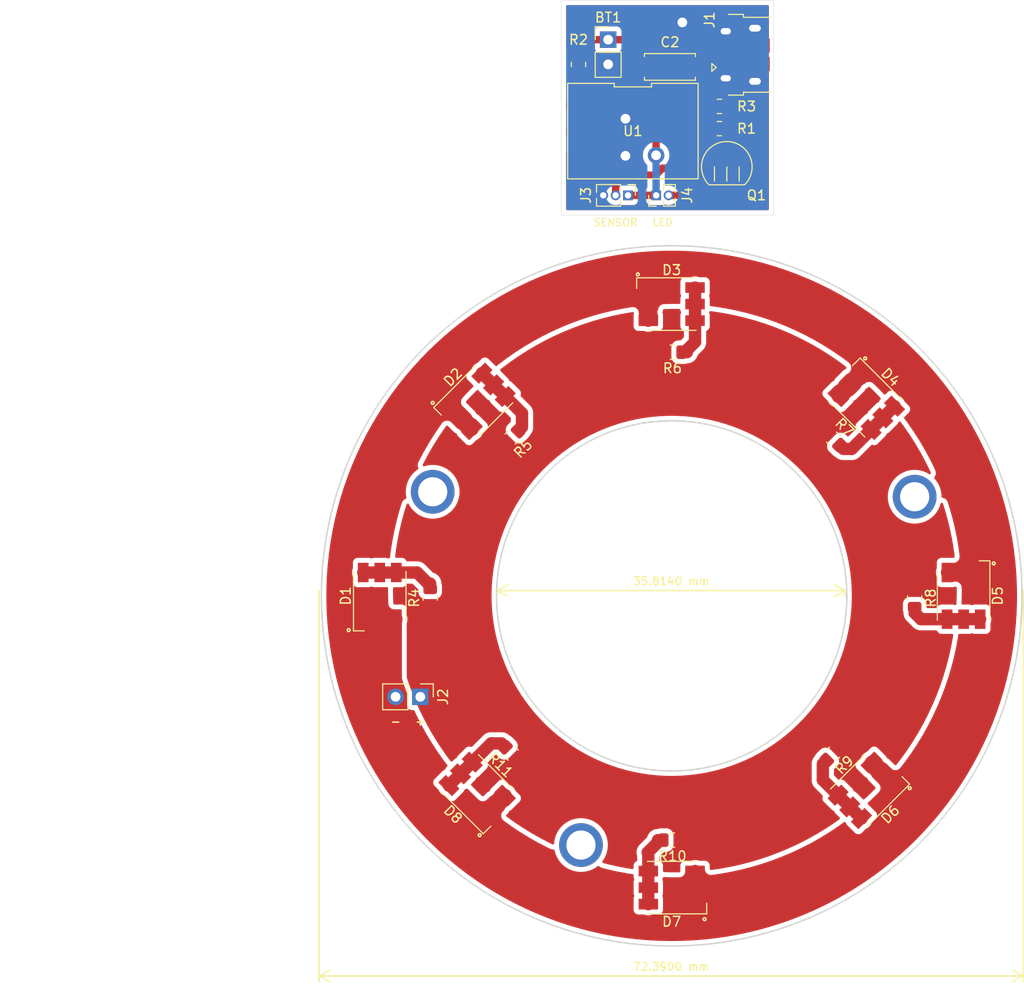
<source format=kicad_pcb>
(kicad_pcb (version 20211014) (generator pcbnew)
  (layers (0 "F.Cu" signal "Front") (31 "B.Cu" signal "Back") (34 "B.Paste" user) (35 "F.Paste" user) (36 "B.SilkS" user "B.Silkscreen") (37 "F.SilkS" user "F.Silkscreen") (38 "B.Mask" user) (39 "F.Mask" user) (44 "Edge.Cuts" user))
  (net 0 "")
  (net 1 "GND")
  (net 2 "+3V3")
  (net 3 "Net-(D1-Pad1)")
  (net 7 "Net-(Q1-Pad2)")
  (net 8 "Net-(R1-Pad2)")
  (net 12 "Net-(R2-Pad2)")
  (net 13 "Net-(J3-Pad2)")
  (net 14 "Net-(D1-Pad4)")
  (net 15 "Net-(D2-Pad4)")
  (net 16 "Net-(D3-Pad4)")
  (net 17 "Net-(D4-Pad4)")
  (net 18 "Net-(D5-Pad4)")
  (net 19 "Net-(D6-Pad4)")
  (net 20 "Net-(D7-Pad4)")
  (net 21 "Net-(D8-Pad4)")
  (net 22 "Net-(J2-Pad1)")
  (net 23 "Net-(J4-Pad2)")
  (footprint "Connector_PinHeader_2.54mm:PinHeader_1x02_P2.54mm_Vertical" (layer "F.Cu") (at 93.472 67.813)
    (fp_text reference "BT1" (at 0 -2.281) (layer "F.SilkS"))
    (fp_text value "Battery")
    (fp_line (start -1.33 1.27) (end 1.33 1.27) (layer "F.SilkS") (width 0.12))
    (fp_line (start -1.33 -1.33) (end 0 -1.33) (layer "F.SilkS") (width 0.12))
    (fp_line (start 1.33 1.27) (end 1.33 3.87) (layer "F.SilkS") (width 0.12))
    (fp_line (start -1.33 0) (end -1.33 -1.33) (layer "F.SilkS") (width 0.12))
    (fp_line (start -1.33 1.27) (end -1.33 3.87) (layer "F.SilkS") (width 0.12))
    (fp_line (start -1.33 3.87) (end 1.33 3.87) (layer "F.SilkS") (width 0.12))
    (pad "1" thru_hole rect locked (at 0 0) (size 1.7 1.7) (drill 1) (layers *.Cu *.Mask) (net 2 "+3V3"))
    (pad "2" thru_hole oval locked (at 0 2.54) (size 1.7 1.7) (drill 1) (layers *.Cu *.Mask) (net 1 "GND"))
  )
  (footprint "Connector_USB:USB_Micro-B_Amphenol_10103594-0001LF_Horizontal" (layer "F.Cu") (at 107.442 69.342 90)
    (fp_text reference "J1" (at 3.556 -3.556 90) (layer "F.SilkS"))
    (fp_text value "USB_B_Micro")
    (fp_line (start -4.175 -0.065) (end -4.175 -1.615) (layer "F.SilkS") (width 0.12))
    (fp_line (start -3.875 2.735) (end -3.875 -0.065) (layer "F.SilkS") (width 0.12))
    (fp_line (start -1.725 -3.315) (end -0.925 -3.315) (layer "F.SilkS") (width 0.12))
    (fp_line (start 3.825 -0.065) (end 4.125 -0.065) (layer "F.SilkS") (width 0.12))
    (fp_line (start 3.825 2.735) (end 3.825 -0.065) (layer "F.SilkS") (width 0.12))
    (fp_line (start -4.175 -0.065) (end -3.875 -0.065) (layer "F.SilkS") (width 0.12))
    (fp_line (start 4.125 -0.065) (end 4.125 -1.615) (layer "F.SilkS") (width 0.12))
    (fp_line (start -1.325 -2.865) (end -1.725 -3.315) (layer "F.SilkS") (width 0.12))
    (fp_line (start -0.925 -3.315) (end -1.325 -2.865) (layer "F.SilkS") (width 0.12))
    (pad "1" smd rect locked (at -1.325 -1.765 180) (size 1.65 0.4) (layers "F.Cu" "F.Paste" "F.Mask") (net 2 "+3V3"))
    (pad "2" smd rect locked (at -0.675 -1.765 180) (size 1.65 0.4) (layers "F.Cu" "F.Paste" "F.Mask"))
    (pad "3" smd rect locked (at -0.025 -1.765 180) (size 1.65 0.4) (layers "F.Cu" "F.Paste" "F.Mask"))
    (pad "4" smd rect locked (at 0.625 -1.765 180) (size 1.65 0.4) (layers "F.Cu" "F.Paste" "F.Mask"))
    (pad "5" smd rect locked (at 1.275 -1.765 180) (size 1.65 0.4) (layers "F.Cu" "F.Paste" "F.Mask") (net 1 "GND"))
    (pad "6" thru_hole oval locked (at 2.705 1.115 180) (size 1.7 1.35) (drill oval 1.2 0.7) (layers *.Cu *.Mask) (net 1 "GND"))
    (pad "6" smd rect locked (at 2.725 0.185 90) (size 1.35 2) (layers "F.Cu" "F.Paste" "F.Mask") (net 1 "GND"))
    (pad "6" thru_hole oval locked (at -2.755 1.115 180) (size 1.7 1.35) (drill oval 1.2 0.7) (layers *.Cu *.Mask) (net 1 "GND"))
    (pad "6" smd rect locked (at 2.875 -1.885 90) (size 2 1.5) (layers "F.Cu" "F.Paste" "F.Mask") (net 1 "GND"))
    (pad "6" smd rect locked (at -2.975 -0.565 90) (size 1.825 0.7) (layers "F.Cu" "F.Paste" "F.Mask") (net 1 "GND"))
    (pad "6" thru_hole oval locked (at -2.445 -1.885 180) (size 1.5 1.1) (drill oval 1.05 0.65) (layers *.Cu *.Mask) (net 1 "GND"))
    (pad "6" smd rect locked (at -2.875 -1.865 90) (size 2 1.5) (layers "F.Cu" "F.Paste" "F.Mask") (net 1 "GND"))
    (pad "6" smd rect locked (at 2.975 -0.565 90) (size 1.825 0.7) (layers "F.Cu" "F.Paste" "F.Mask") (net 1 "GND"))
    (pad "6" smd rect locked (at -2.755 0.185 90) (size 1.35 2) (layers "F.Cu" "F.Paste" "F.Mask") (net 1 "GND"))
    (pad "6" thru_hole oval locked (at 2.395 -1.885 180) (size 1.5 1.1) (drill oval 1.05 0.65) (layers *.Cu *.Mask) (net 1 "GND"))
    (pad "6" smd rect locked (at -0.985 1.385 180) (size 2.5 1.43) (layers "F.Cu" "F.Paste" "F.Mask") (net 1 "GND"))
    (pad "6" smd rect locked (at 0.935 1.385 180) (size 2.5 1.43) (layers "F.Cu" "F.Paste" "F.Mask") (net 1 "GND"))
  )
  (footprint "Custom:FakeSMD_TO-92-3_Vertical" (layer "F.Cu") (at 106.934 83.4254 180)
    (fp_text reference "Q1" (at -1.778 -0.3946) (layer "F.SilkS"))
    (fp_text value "Q_NPN_BEC")
    (fp_line (start 1.27 1.0768) (end 1.27 2.5358) (layer "F.SilkS") (width 0.12))
    (fp_line (start 3.07 0.6858) (end -0.53 0.6858) (layer "F.SilkS") (width 0.12))
    (fp_line (start 2.54 1.0768) (end 2.54 2.54) (layer "F.SilkS") (width 0.12))
    (fp_line (start 0 1.0768) (end 0 2.54) (layer "F.SilkS") (width 0.12))
    (fp_arc (start 1.27 5.1358) (mid -1.132087 3.530777) (end -0.568478 0.697322) (layer "F.SilkS") (width 0.12))
    (fp_arc (start 3.108478 0.697322) (mid 3.672087 3.530777) (end 1.27 5.1358) (layer "F.SilkS") (width 0.12))
    (pad "1" smd oval (at 2.54 0 180) (size 1 2) (layers "F.Cu" "F.Paste" "F.Mask") (net 23 "Net-(J4-Pad2)"))
    (pad "2" smd oval (at 1.27 0 180) (size 1 2) (layers "F.Cu" "F.Paste" "F.Mask") (net 7 "Net-(Q1-Pad2)"))
    (pad "3" smd rect (at 0 0 180) (size 1 2) (layers "F.Cu" "F.Paste" "F.Mask") (net 1 "GND"))
  )
  (footprint "Resistor_SMD:R_0805_2012Metric" (layer "F.Cu") (at 104.902 76.962 180)
    (fp_text reference "R1" (at -2.794 0) (layer "F.SilkS"))
    (fp_text value "270")
    (fp_line (start -0.227064 0.735) (end 0.227064 0.735) (layer "F.SilkS") (width 0.12))
    (fp_line (start -0.227064 -0.735) (end 0.227064 -0.735) (layer "F.SilkS") (width 0.12))
    (pad "1" smd roundrect locked (at -0.9125 0 180) (size 1.025 1.4) (layers "F.Cu" "F.Paste" "F.Mask") (roundrect_rratio 0.243902) (net 7 "Net-(Q1-Pad2)"))
    (pad "2" smd roundrect locked (at 0.9125 0 180) (size 1.025 1.4) (layers "F.Cu" "F.Paste" "F.Mask") (roundrect_rratio 0.243902) (net 8 "Net-(R1-Pad2)"))
  )
  (footprint "Resistor_SMD:R_0805_2012Metric" (layer "F.Cu") (at 90.424 70.358 -90)
    (fp_text reference "R2" (at -2.54 0 180) (layer "F.SilkS"))
    (fp_text value "10k")
    (fp_line (start -0.227064 -0.735) (end 0.227064 -0.735) (layer "F.SilkS") (width 0.12))
    (fp_line (start -0.227064 0.735) (end 0.227064 0.735) (layer "F.SilkS") (width 0.12))
    (pad "1" smd roundrect locked (at -0.9125 0 270) (size 1.025 1.4) (layers "F.Cu" "F.Paste" "F.Mask") (roundrect_rratio 0.243902) (net 2 "+3V3"))
    (pad "2" smd roundrect locked (at 0.9125 0 270) (size 1.025 1.4) (layers "F.Cu" "F.Paste" "F.Mask") (roundrect_rratio 0.243902) (net 12 "Net-(R2-Pad2)"))
  )
  (footprint "Custom:FakeSMD_C_Disc" (layer "F.Cu") (at 97.322 70.612)
    (fp_text reference "C2" (at 2.5 -2.54) (layer "F.SilkS"))
    (fp_text value "1u")
    (fp_line (start 5.12 1.055) (end 5.12 1.37) (layer "F.SilkS") (width 0.12))
    (fp_line (start -0.12 -1.37) (end -0.12 -1.055) (layer "F.SilkS") (width 0.12))
    (fp_line (start 5.12 -1.37) (end 5.12 -1.055) (layer "F.SilkS") (width 0.12))
    (fp_line (start -0.12 -1.37) (end 5.12 -1.37) (layer "F.SilkS") (width 0.12))
    (fp_line (start -0.12 1.37) (end 5.12 1.37) (layer "F.SilkS") (width 0.12))
    (fp_line (start -0.12 1.055) (end -0.12 1.37) (layer "F.SilkS") (width 0.12))
    (pad "1" smd oval (at -0.5 0) (size 2.5 1.6) (layers "F.Cu" "F.Paste" "F.Mask") (net 1 "GND"))
    (pad "2" smd oval (at 5.5 0) (size 2.5 1.6) (layers "F.Cu" "F.Paste" "F.Mask") (net 2 "+3V3"))
  )
  (footprint "Connector_PinHeader_2.54mm:PinHeader_1x02_P2.54mm_Vertical" (layer "F.Cu") (at 74.168 135.382 -90)
    (fp_text reference "J2" (at 0 -2.33 -90) (layer "F.SilkS"))
    (fp_text value "CONN_1")
    (fp_line (start -1.33 1.27) (end 1.33 1.27) (layer "F.SilkS") (width 0.12))
    (fp_line (start 1.33 1.27) (end 1.33 3.87) (layer "F.SilkS") (width 0.12))
    (fp_line (start -1.33 0) (end -1.33 -1.33) (layer "F.SilkS") (width 0.12))
    (fp_line (start -1.33 3.87) (end 1.33 3.87) (layer "F.SilkS") (width 0.12))
    (fp_line (start -1.33 -1.33) (end 0 -1.33) (layer "F.SilkS") (width 0.12))
    (fp_line (start -1.33 1.27) (end -1.33 3.87) (layer "F.SilkS") (width 0.12))
    (pad "1" thru_hole rect locked (at 0 0 270) (size 1.7 1.7) (drill 1) (layers *.Cu *.Mask) (net 22 "Net-(J2-Pad1)"))
    (pad "2" thru_hole oval locked (at 0 2.54 270) (size 1.7 1.7) (drill 1) (layers *.Cu *.Mask) (net 3 "Net-(D1-Pad1)"))
  )
  (footprint "Resistor_SMD:R_0805_2012Metric" (layer "F.Cu") (at 100.076 99.949 180)
    (fp_text reference "R6" (at 0 -1.65 180) (layer "F.SilkS"))
    (fp_text value "100")
    (fp_line (start -0.227064 0.735) (end 0.227064 0.735) (layer "F.SilkS") (width 0.12))
    (fp_line (start -0.227064 -0.735) (end 0.227064 -0.735) (layer "F.SilkS") (width 0.12))
    (pad "1" smd roundrect locked (at -0.9125 0 180) (size 1.025 1.4) (layers "F.Cu" "F.Paste" "F.Mask") (roundrect_rratio 0.243902) (net 16 "Net-(D3-Pad4)"))
    (pad "2" smd roundrect locked (at 0.9125 0 180) (size 1.025 1.4) (layers "F.Cu" "F.Paste" "F.Mask") (roundrect_rratio 0.243902) (net 22 "Net-(J2-Pad1)"))
  )
  (footprint "Connector_PinHeader_1.27mm:PinHeader_1x03_P1.27mm_Vertical" (layer "F.Cu") (at 95.509 83.82 -90)
    (fp_text reference "J3" (at 0 4.323 90) (layer "F.SilkS"))
    (fp_text value "Sensor")
    (fp_line (start -1.11 0.76) (end -1.11 3.235) (layer "F.SilkS") (width 0.12))
    (fp_line (start -1.11 0.76) (end -0.563471 0.76) (layer "F.SilkS") (width 0.12))
    (fp_line (start 0.30753 3.235) (end 1.11 3.235) (layer "F.SilkS") (width 0.12))
    (fp_line (start 1.11 0.76) (end 1.11 3.235) (layer "F.SilkS") (width 0.12))
    (fp_line (start 0.563471 0.76) (end 1.11 0.76) (layer "F.SilkS") (width 0.12))
    (fp_line (start -1.11 0) (end -1.11 -0.76) (layer "F.SilkS") (width 0.12))
    (fp_line (start -1.11 -0.76) (end 0 -0.76) (layer "F.SilkS") (width 0.12))
    (fp_line (start -1.11 3.235) (end -0.30753 3.235) (layer "F.SilkS") (width 0.12))
    (pad "1" thru_hole rect locked (at 0 0 270) (size 1 1) (drill 0.65) (layers *.Cu *.Mask) (net 2 "+3V3"))
    (pad "2" thru_hole oval locked (at 0 1.27 270) (size 1 1) (drill 0.65) (layers *.Cu *.Mask) (net 13 "Net-(J3-Pad2)"))
    (pad "3" thru_hole oval locked (at 0 2.54 270) (size 1 1) (drill 0.65) (layers *.Cu *.Mask) (net 1 "GND"))
  )
  (footprint "Connector_PinHeader_1.27mm:PinHeader_1x02_P1.27mm_Vertical" (layer "F.Cu") (at 98.409989 83.82 90)
    (fp_text reference "J4" (at 0 3.19 90) (layer "F.SilkS"))
    (fp_text value "CONN_2")
    (fp_line (start -1.11 0.76) (end -0.563471 0.76) (layer "F.SilkS") (width 0.12))
    (fp_line (start -1.11 0) (end -1.11 -0.76) (layer "F.SilkS") (width 0.12))
    (fp_line (start 0.30753 1.965) (end 1.11 1.965) (layer "F.SilkS") (width 0.12))
    (fp_line (start 0.563471 0.76) (end 1.11 0.76) (layer "F.SilkS") (width 0.12))
    (fp_line (start -1.11 -0.76) (end 0 -0.76) (layer "F.SilkS") (width 0.12))
    (fp_line (start -1.11 0.76) (end -1.11 1.965) (layer "F.SilkS") (width 0.12))
    (fp_line (start 1.11 0.76) (end 1.11 1.965) (layer "F.SilkS") (width 0.12))
    (fp_line (start -1.11 1.965) (end -0.30753 1.965) (layer "F.SilkS") (width 0.12))
    (pad "1" thru_hole rect locked (at 0 0 90) (size 1 1) (drill 0.65) (layers *.Cu *.Mask) (net 2 "+3V3"))
    (pad "2" thru_hole oval locked (at 0 1.27 90) (size 1 1) (drill 0.65) (layers *.Cu *.Mask) (net 23 "Net-(J4-Pad2)"))
  )
  (footprint "LED_SMD:LED_RGB_5050-6" (layer "F.Cu") (at 70 125 90)
    (fp_text reference "D1" (at 0 -3.5 270) (layer "F.SilkS"))
    (fp_text value "5050_led_(3-in-1)")
    (fp_line (start -3.6 -2.7) (end 2.5 -2.7) (layer "F.SilkS") (width 0.12))
    (fp_line (start 2.5 2.7) (end -2.5 2.7) (layer "F.SilkS") (width 0.12))
    (fp_line (start -3.6 -1.6) (end -3.6 -2.7) (layer "F.SilkS") (width 0.12))
    (pad "1" smd rect locked (at -2.4 -1.7 180) (size 1.1 2) (layers "F.Cu" "F.Paste" "F.Mask") (net 3 "Net-(D1-Pad1)"))
    (pad "2" smd rect locked (at -2.4 0 180) (size 1.1 2) (layers "F.Cu" "F.Paste" "F.Mask") (net 3 "Net-(D1-Pad1)"))
    (pad "3" smd rect locked (at -2.4 1.7 180) (size 1.1 2) (layers "F.Cu" "F.Paste" "F.Mask") (net 3 "Net-(D1-Pad1)"))
    (pad "4" smd rect locked (at 2.4 1.7 180) (size 1.1 2) (layers "F.Cu" "F.Paste" "F.Mask") (net 14 "Net-(D1-Pad4)"))
    (pad "5" smd rect locked (at 2.4 0 180) (size 1.1 2) (layers "F.Cu" "F.Paste" "F.Mask") (net 14 "Net-(D1-Pad4)"))
    (pad "6" smd rect locked (at 2.4 -1.7 180) (size 1.1 2) (layers "F.Cu" "F.Paste" "F.Mask") (net 14 "Net-(D1-Pad4)"))
  )
  (footprint "LED_SMD:LED_RGB_5050-6" (layer "F.Cu") (at 100 95)
    (fp_text reference "D3" (at 0 -3.5 180) (layer "F.SilkS"))
    (fp_text value "5050_led_(3-in-1)")
    (fp_line (start 2.5 2.7) (end -2.5 2.7) (layer "F.SilkS") (width 0.12))
    (fp_line (start -3.6 -1.6) (end -3.6 -2.7) (layer "F.SilkS") (width 0.12))
    (fp_line (start -3.6 -2.7) (end 2.5 -2.7) (layer "F.SilkS") (width 0.12))
    (pad "1" smd rect locked (at -2.4 -1.7 90) (size 1.1 2) (layers "F.Cu" "F.Paste" "F.Mask") (net 3 "Net-(D1-Pad1)"))
    (pad "2" smd rect locked (at -2.4 0 90) (size 1.1 2) (layers "F.Cu" "F.Paste" "F.Mask") (net 3 "Net-(D1-Pad1)"))
    (pad "3" smd rect locked (at -2.4 1.7 90) (size 1.1 2) (layers "F.Cu" "F.Paste" "F.Mask") (net 3 "Net-(D1-Pad1)"))
    (pad "4" smd rect locked (at 2.4 1.7 90) (size 1.1 2) (layers "F.Cu" "F.Paste" "F.Mask") (net 16 "Net-(D3-Pad4)"))
    (pad "5" smd rect locked (at 2.4 0 90) (size 1.1 2) (layers "F.Cu" "F.Paste" "F.Mask") (net 16 "Net-(D3-Pad4)"))
    (pad "6" smd rect locked (at 2.4 -1.7 90) (size 1.1 2) (layers "F.Cu" "F.Paste" "F.Mask") (net 16 "Net-(D3-Pad4)"))
  )
  (footprint "LED_SMD:LED_RGB_5050-6" (layer "F.Cu") (at 120 105 -45)
    (fp_text reference "D4" (at 0 -3.5 -45) (layer "F.SilkS"))
    (fp_text value "5050_led_(3-in-1)")
    (fp_line (start 2.5 2.7) (end -2.5 2.7) (layer "F.SilkS") (width 0.12))
    (fp_line (start -3.6 -2.7) (end 2.5 -2.7) (layer "F.SilkS") (width 0.12))
    (fp_line (start -3.6 -1.6) (end -3.6 -2.7) (layer "F.SilkS") (width 0.12))
    (pad "1" smd rect locked (at -2.4 -1.7 45) (size 1.1 2) (layers "F.Cu" "F.Paste" "F.Mask") (net 3 "Net-(D1-Pad1)"))
    (pad "2" smd rect locked (at -2.4 0 45) (size 1.1 2) (layers "F.Cu" "F.Paste" "F.Mask") (net 3 "Net-(D1-Pad1)"))
    (pad "3" smd rect locked (at -2.4 1.7 45) (size 1.1 2) (layers "F.Cu" "F.Paste" "F.Mask") (net 3 "Net-(D1-Pad1)"))
    (pad "4" smd rect locked (at 2.4 1.7 45) (size 1.1 2) (layers "F.Cu" "F.Paste" "F.Mask") (net 17 "Net-(D4-Pad4)"))
    (pad "5" smd rect locked (at 2.4 0 45) (size 1.1 2) (layers "F.Cu" "F.Paste" "F.Mask") (net 17 "Net-(D4-Pad4)"))
    (pad "6" smd rect locked (at 2.4 -1.7 45) (size 1.1 2) (layers "F.Cu" "F.Paste" "F.Mask") (net 17 "Net-(D4-Pad4)"))
  )
  (footprint "LED_SMD:LED_RGB_5050-6" (layer "F.Cu") (at 130 125 -90)
    (fp_text reference "D5" (at 0 -3.5 -90) (layer "F.SilkS"))
    (fp_text value "5050_led_(3-in-1)")
    (fp_line (start -3.6 -2.7) (end 2.5 -2.7) (layer "F.SilkS") (width 0.12))
    (fp_line (start 2.5 2.7) (end -2.5 2.7) (layer "F.SilkS") (width 0.12))
    (fp_line (start -3.6 -1.6) (end -3.6 -2.7) (layer "F.SilkS") (width 0.12))
    (pad "1" smd rect locked (at -2.4 -1.7) (size 1.1 2) (layers "F.Cu" "F.Paste" "F.Mask") (net 3 "Net-(D1-Pad1)"))
    (pad "2" smd rect locked (at -2.4 0) (size 1.1 2) (layers "F.Cu" "F.Paste" "F.Mask") (net 3 "Net-(D1-Pad1)"))
    (pad "3" smd rect locked (at -2.4 1.7) (size 1.1 2) (layers "F.Cu" "F.Paste" "F.Mask") (net 3 "Net-(D1-Pad1)"))
    (pad "4" smd rect locked (at 2.4 1.7) (size 1.1 2) (layers "F.Cu" "F.Paste" "F.Mask") (net 18 "Net-(D5-Pad4)"))
    (pad "5" smd rect locked (at 2.4 0) (size 1.1 2) (layers "F.Cu" "F.Paste" "F.Mask") (net 18 "Net-(D5-Pad4)"))
    (pad "6" smd rect locked (at 2.4 -1.7) (size 1.1 2) (layers "F.Cu" "F.Paste" "F.Mask") (net 18 "Net-(D5-Pad4)"))
  )
  (footprint "LED_SMD:LED_RGB_5050-6" (layer "F.Cu") (at 120 145 -135)
    (fp_text reference "D6" (at 0 -3.5 -135) (layer "F.SilkS"))
    (fp_text value "5050_led_(3-in-1)")
    (fp_line (start 2.5 2.7) (end -2.5 2.7) (layer "F.SilkS") (width 0.12))
    (fp_line (start -3.6 -1.6) (end -3.6 -2.7) (layer "F.SilkS") (width 0.12))
    (fp_line (start -3.6 -2.7) (end 2.5 -2.7) (layer "F.SilkS") (width 0.12))
    (pad "1" smd rect locked (at -2.4 -1.7 315) (size 1.1 2) (layers "F.Cu" "F.Paste" "F.Mask") (net 3 "Net-(D1-Pad1)"))
    (pad "2" smd rect locked (at -2.4 0 315) (size 1.1 2) (layers "F.Cu" "F.Paste" "F.Mask") (net 3 "Net-(D1-Pad1)"))
    (pad "3" smd rect locked (at -2.4 1.7 315) (size 1.1 2) (layers "F.Cu" "F.Paste" "F.Mask") (net 3 "Net-(D1-Pad1)"))
    (pad "4" smd rect locked (at 2.4 1.7 315) (size 1.1 2) (layers "F.Cu" "F.Paste" "F.Mask") (net 19 "Net-(D6-Pad4)"))
    (pad "5" smd rect locked (at 2.4 0 315) (size 1.1 2) (layers "F.Cu" "F.Paste" "F.Mask") (net 19 "Net-(D6-Pad4)"))
    (pad "6" smd rect locked (at 2.4 -1.7 315) (size 1.1 2) (layers "F.Cu" "F.Paste" "F.Mask") (net 19 "Net-(D6-Pad4)"))
  )
  (footprint "LED_SMD:LED_RGB_5050-6" (layer "F.Cu") (at 100 155 180)
    (fp_text reference "D7" (at 0 -3.5 180) (layer "F.SilkS"))
    (fp_text value "5050_led_(3-in-1)")
    (fp_line (start -3.6 -2.7) (end 2.5 -2.7) (layer "F.SilkS") (width 0.12))
    (fp_line (start -3.6 -1.6) (end -3.6 -2.7) (layer "F.SilkS") (width 0.12))
    (fp_line (start 2.5 2.7) (end -2.5 2.7) (layer "F.SilkS") (width 0.12))
    (pad "1" smd rect locked (at -2.4 -1.7 270) (size 1.1 2) (layers "F.Cu" "F.Paste" "F.Mask") (net 3 "Net-(D1-Pad1)"))
    (pad "2" smd rect locked (at -2.4 0 270) (size 1.1 2) (layers "F.Cu" "F.Paste" "F.Mask") (net 3 "Net-(D1-Pad1)"))
    (pad "3" smd rect locked (at -2.4 1.7 270) (size 1.1 2) (layers "F.Cu" "F.Paste" "F.Mask") (net 3 "Net-(D1-Pad1)"))
    (pad "4" smd rect locked (at 2.4 1.7 270) (size 1.1 2) (layers "F.Cu" "F.Paste" "F.Mask") (net 20 "Net-(D7-Pad4)"))
    (pad "5" smd rect locked (at 2.4 0 270) (size 1.1 2) (layers "F.Cu" "F.Paste" "F.Mask") (net 20 "Net-(D7-Pad4)"))
    (pad "6" smd rect locked (at 2.4 -1.7 270) (size 1.1 2) (layers "F.Cu" "F.Paste" "F.Mask") (net 20 "Net-(D7-Pad4)"))
  )
  (footprint "LED_SMD:LED_RGB_5050-6" (layer "F.Cu") (at 80 145 135)
    (fp_text reference "D8" (at 0 -3.5 315) (layer "F.SilkS"))
    (fp_text value "5050_led_(3-in-1)")
    (fp_line (start -3.6 -2.7) (end 2.5 -2.7) (layer "F.SilkS") (width 0.12))
    (fp_line (start -3.6 -1.6) (end -3.6 -2.7) (layer "F.SilkS") (width 0.12))
    (fp_line (start 2.5 2.7) (end -2.5 2.7) (layer "F.SilkS") (width 0.12))
    (pad "1" smd rect locked (at -2.4 -1.7 225) (size 1.1 2) (layers "F.Cu" "F.Paste" "F.Mask") (net 3 "Net-(D1-Pad1)"))
    (pad "2" smd rect locked (at -2.4 0 225) (size 1.1 2) (layers "F.Cu" "F.Paste" "F.Mask") (net 3 "Net-(D1-Pad1)"))
    (pad "3" smd rect locked (at -2.4 1.7 225) (size 1.1 2) (layers "F.Cu" "F.Paste" "F.Mask") (net 3 "Net-(D1-Pad1)"))
    (pad "4" smd rect locked (at 2.4 1.7 225) (size 1.1 2) (layers "F.Cu" "F.Paste" "F.Mask") (net 21 "Net-(D8-Pad4)"))
    (pad "5" smd rect locked (at 2.4 0 225) (size 1.1 2) (layers "F.Cu" "F.Paste" "F.Mask") (net 21 "Net-(D8-Pad4)"))
    (pad "6" smd rect locked (at 2.4 -1.7 225) (size 1.1 2) (layers "F.Cu" "F.Paste" "F.Mask") (net 21 "Net-(D8-Pad4)"))
  )
  (footprint "Resistor_SMD:R_0805_2012Metric" (layer "F.Cu") (at 116.586 108.839 -45)
    (fp_text reference "R7" (at 0 -1.65 -45) (layer "F.SilkS"))
    (fp_text value "100")
    (fp_line (start -0.227064 0.735) (end 0.227064 0.735) (layer "F.SilkS") (width 0.12))
    (fp_line (start -0.227064 -0.735) (end 0.227064 -0.735) (layer "F.SilkS") (width 0.12))
    (pad "1" smd roundrect locked (at -0.9125 0 315) (size 1.025 1.4) (layers "F.Cu" "F.Paste" "F.Mask") (roundrect_rratio 0.243902) (net 22 "Net-(J2-Pad1)"))
    (pad "2" smd roundrect locked (at 0.9125 0 315) (size 1.025 1.4) (layers "F.Cu" "F.Paste" "F.Mask") (roundrect_rratio 0.243902) (net 17 "Net-(D4-Pad4)"))
  )
  (footprint "Resistor_SMD:R_0805_2012Metric" (layer "F.Cu") (at 124.968 125.222 -90)
    (fp_text reference "R8" (at 0 -1.65 -90) (layer "F.SilkS"))
    (fp_text value "100")
    (fp_line (start -0.227064 0.735) (end 0.227064 0.735) (layer "F.SilkS") (width 0.12))
    (fp_line (start -0.227064 -0.735) (end 0.227064 -0.735) (layer "F.SilkS") (width 0.12))
    (pad "1" smd roundrect locked (at -0.9125 0 270) (size 1.025 1.4) (layers "F.Cu" "F.Paste" "F.Mask") (roundrect_rratio 0.243902) (net 22 "Net-(J2-Pad1)"))
    (pad "2" smd roundrect locked (at 0.9125 0 270) (size 1.025 1.4) (layers "F.Cu" "F.Paste" "F.Mask") (roundrect_rratio 0.243902) (net 18 "Net-(D5-Pad4)"))
  )
  (footprint "Resistor_SMD:R_0805_2012Metric" (layer "F.Cu") (at 116.586 141.224 -135)
    (fp_text reference "R9" (at 0 -1.65 -135) (layer "F.SilkS"))
    (fp_text value "100")
    (fp_line (start -0.227064 0.735) (end 0.227064 0.735) (layer "F.SilkS") (width 0.12))
    (fp_line (start -0.227064 -0.735) (end 0.227064 -0.735) (layer "F.SilkS") (width 0.12))
    (pad "1" smd roundrect locked (at -0.9125 0 225) (size 1.025 1.4) (layers "F.Cu" "F.Paste" "F.Mask") (roundrect_rratio 0.243902) (net 22 "Net-(J2-Pad1)"))
    (pad "2" smd roundrect locked (at 0.9125 0 225) (size 1.025 1.4) (layers "F.Cu" "F.Paste" "F.Mask") (roundrect_rratio 0.243902) (net 19 "Net-(D6-Pad4)"))
  )
  (footprint "Resistor_SMD:R_0805_2012Metric" (layer "F.Cu") (at 83.566 141.224 135)
    (fp_text reference "R11" (at 0 -1.65 135) (layer "F.SilkS"))
    (fp_text value "100")
    (fp_line (start -0.227064 -0.735) (end 0.227064 -0.735) (layer "F.SilkS") (width 0.12))
    (fp_line (start -0.227064 0.735) (end 0.227064 0.735) (layer "F.SilkS") (width 0.12))
    (pad "1" smd roundrect locked (at -0.9125 0 135) (size 1.025 1.4) (layers "F.Cu" "F.Paste" "F.Mask") (roundrect_rratio 0.243902) (net 22 "Net-(J2-Pad1)"))
    (pad "2" smd roundrect locked (at 0.9125 0 135) (size 1.025 1.4) (layers "F.Cu" "F.Paste" "F.Mask") (roundrect_rratio 0.243902) (net 21 "Net-(D8-Pad4)"))
  )
  (footprint "Resistor_SMD:R_0805_2012Metric" (layer "F.Cu") (at 75.184 125.222 90)
    (fp_text reference "R4" (at 0 -1.65 90) (layer "F.SilkS"))
    (fp_text value "100")
    (fp_line (start -0.227064 -0.735) (end 0.227064 -0.735) (layer "F.SilkS") (width 0.12))
    (fp_line (start -0.227064 0.735) (end 0.227064 0.735) (layer "F.SilkS") (width 0.12))
    (pad "1" smd roundrect locked (at -0.9125 0 90) (size 1.025 1.4) (layers "F.Cu" "F.Paste" "F.Mask") (roundrect_rratio 0.243902) (net 22 "Net-(J2-Pad1)"))
    (pad "2" smd roundrect locked (at 0.9125 0 90) (size 1.025 1.4) (layers "F.Cu" "F.Paste" "F.Mask") (roundrect_rratio 0.243902) (net 14 "Net-(D1-Pad4)"))
  )
  (footprint "Resistor_SMD:R_0805_2012Metric" (layer "F.Cu") (at 100.076 150.114 180)
    (fp_text reference "R10" (at 0 -1.65 180) (layer "F.SilkS"))
    (fp_text value "100")
    (fp_line (start -0.227064 0.735) (end 0.227064 0.735) (layer "F.SilkS") (width 0.12))
    (fp_line (start -0.227064 -0.735) (end 0.227064 -0.735) (layer "F.SilkS") (width 0.12))
    (pad "1" smd roundrect locked (at -0.9125 0 180) (size 1.025 1.4) (layers "F.Cu" "F.Paste" "F.Mask") (roundrect_rratio 0.243902) (net 22 "Net-(J2-Pad1)"))
    (pad "2" smd roundrect locked (at 0.9125 0 180) (size 1.025 1.4) (layers "F.Cu" "F.Paste" "F.Mask") (roundrect_rratio 0.243902) (net 20 "Net-(D7-Pad4)"))
  )
  (footprint "Resistor_SMD:R_0805_2012Metric" (layer "F.Cu") (at 83.566 108.712 -135)
    (fp_text reference "R5" (at 0 -1.65 -135) (layer "F.SilkS"))
    (fp_text value "100")
    (fp_line (start -0.227064 -0.735) (end 0.227064 -0.735) (layer "F.SilkS") (width 0.12))
    (fp_line (start -0.227064 0.735) (end 0.227064 0.735) (layer "F.SilkS") (width 0.12))
    (pad "1" smd roundrect locked (at -0.9125 0 225) (size 1.025 1.4) (layers "F.Cu" "F.Paste" "F.Mask") (roundrect_rratio 0.243902) (net 15 "Net-(D2-Pad4)"))
    (pad "2" smd roundrect locked (at 0.9125 0 225) (size 1.025 1.4) (layers "F.Cu" "F.Paste" "F.Mask") (roundrect_rratio 0.243902) (net 22 "Net-(J2-Pad1)"))
  )
  (footprint "LED_SMD:LED_RGB_5050-6" (layer "F.Cu") (at 80 105 45)
    (fp_text reference "D2" (at 0 -3.5 225) (layer "F.SilkS"))
    (fp_text value "5050_led_(3-in-1)")
    (fp_line (start -3.6 -2.7) (end 2.5 -2.7) (layer "F.SilkS") (width 0.12))
    (fp_line (start 2.5 2.7) (end -2.5 2.7) (layer "F.SilkS") (width 0.12))
    (fp_line (start -3.6 -1.6) (end -3.6 -2.7) (layer "F.SilkS") (width 0.12))
    (pad "1" smd rect locked (at -2.4 -1.7 135) (size 1.1 2) (layers "F.Cu" "F.Paste" "F.Mask") (net 3 "Net-(D1-Pad1)"))
    (pad "2" smd rect locked (at -2.4 0 135) (size 1.1 2) (layers "F.Cu" "F.Paste" "F.Mask") (net 3 "Net-(D1-Pad1)"))
    (pad "3" smd rect locked (at -2.4 1.7 135) (size 1.1 2) (layers "F.Cu" "F.Paste" "F.Mask") (net 3 "Net-(D1-Pad1)"))
    (pad "4" smd rect locked (at 2.4 1.7 135) (size 1.1 2) (layers "F.Cu" "F.Paste" "F.Mask") (net 15 "Net-(D2-Pad4)"))
    (pad "5" smd rect locked (at 2.4 0 135) (size 1.1 2) (layers "F.Cu" "F.Paste" "F.Mask") (net 15 "Net-(D2-Pad4)"))
    (pad "6" smd rect locked (at 2.4 -1.7 135) (size 1.1 2) (layers "F.Cu" "F.Paste" "F.Mask") (net 15 "Net-(D2-Pad4)"))
  )
  (footprint "Resistor_SMD:R_0805_2012Metric" (layer "F.Cu") (at 104.902 74.676 180)
    (fp_text reference "R3" (at -2.794 0 180) (layer "F.SilkS"))
    (fp_text value "10k")
    (fp_line (start -0.227064 0.735) (end 0.227064 0.735) (layer "F.SilkS") (width 0.12))
    (fp_line (start -0.227064 -0.735) (end 0.227064 -0.735) (layer "F.SilkS") (width 0.12))
    (pad "1" smd roundrect locked (at -0.9125 0 180) (size 1.025 1.4) (layers "F.Cu" "F.Paste" "F.Mask") (roundrect_rratio 0.243902) (net 7 "Net-(Q1-Pad2)"))
    (pad "2" smd roundrect locked (at 0.9125 0 180) (size 1.025 1.4) (layers "F.Cu" "F.Paste" "F.Mask") (roundrect_rratio 0.243902) (net 1 "GND"))
  )
  (footprint "Custom:FakeSMD_DIP-8" (layer "F.Cu") (at 96.012 77.216 -90)
    (fp_text reference "U1" (at 0 0) (layer "F.SilkS"))
    (fp_text value "ATtiny45-20P")
    (fp_line (start -4.55 1.919999) (end -4.91 1.919999) (layer "F.SilkS") (width 0.12))
    (fp_line (start -4.91 -6.7) (end -4.91 -1.92) (layer "F.SilkS") (width 0.12))
    (fp_line (start 4.91 6.7) (end 4.91 -6.7) (layer "F.SilkS") (width 0.12))
    (fp_line (start 4.91 -6.7) (end -4.91 -6.7) (layer "F.SilkS") (width 0.12))
    (fp_line (start -4.91 -1.92) (end -4.55 -1.92) (layer "F.SilkS") (width 0.12))
    (fp_line (start -4.91 1.919999) (end -4.91 6.7) (layer "F.SilkS") (width 0.12))
    (fp_line (start -4.55 -1.92) (end -4.55 1.919999) (layer "F.SilkS") (width 0.12))
    (fp_line (start -4.91 6.7) (end 4.91 6.7) (layer "F.SilkS") (width 0.12))
    (pad "1" smd oval (at -3.81 5 270) (size 1.2 2.999999) (layers "F.Cu" "F.Paste" "F.Mask") (net 12 "Net-(R2-Pad2)"))
    (pad "2" smd oval (at -1.27 5 270) (size 1.2 2.999999) (layers "F.Cu" "F.Paste" "F.Mask"))
    (pad "3" smd oval (at 1.27 5 270) (size 1.2 2.999999) (layers "F.Cu" "F.Paste" "F.Mask"))
    (pad "4" smd oval (at 3.81 5 270) (size 1.2 2.999999) (layers "F.Cu" "F.Paste" "F.Mask") (net 1 "GND"))
    (pad "5" smd oval (at 3.81 -5 270) (size 1.2 2.999999) (layers "F.Cu" "F.Paste" "F.Mask") (net 13 "Net-(J3-Pad2)"))
    (pad "6" smd oval (at 1.27 -5 270) (size 1.2 2.999999) (layers "F.Cu" "F.Paste" "F.Mask") (net 8 "Net-(R1-Pad2)"))
    (pad "7" smd oval (at -1.27 -5 270) (size 1.2 2.999999) (layers "F.Cu" "F.Paste" "F.Mask"))
    (pad "8" smd oval (at -3.81 -5 270) (size 1.2 2.999999) (layers "F.Cu" "F.Paste" "F.Mask") (net 2 "+3V3"))
  )
  (gr_circle (center 119.888 100.584) (end 119.9388 100.6348) (layer "F.SilkS") (width 0.1524) (fill none))
  (gr_circle (center 66.802 128.524) (end 66.8528 128.5748) (layer "F.SilkS") (width 0.1524) (fill none))
  (gr_circle (center 124.46 144.78) (end 124.5108 144.8308) (layer "F.SilkS") (width 0.1524) (fill none))
  (gr_circle (center 103.378 158.242) (end 103.4288 158.2928) (layer "F.SilkS") (width 0.1524) (fill none))
  (gr_circle (center 75.438 105.156) (end 75.4888 105.2068) (layer "F.SilkS") (width 0.1524) (fill none))
  (gr_circle (center 80.264 149.606) (end 80.3148 149.6568) (layer "F.SilkS") (width 0.1524) (fill none))
  (gr_circle (center 96.52 91.948) (end 96.5708 91.9988) (layer "F.SilkS") (width 0.1524) (fill none))
  (gr_circle (center 133.096 121.666) (end 133.1468 121.7168) (layer "F.SilkS") (width 0.1524) (fill none))
  (gr_line (start 110.49 63.754) (end 88.646 63.754) (layer "Edge.Cuts") (width 0.0381))
  (gr_circle (center 100 125) (end 118 125) (layer "Edge.Cuts") (width 0.1524) (fill none))
  (gr_line (start 88.646 63.754) (end 88.646 85.852) (layer "Edge.Cuts") (width 0.0381))
  (gr_line (start 110.49 85.852) (end 110.49 63.754) (layer "Edge.Cuts") (width 0.0381))
  (gr_line (start 88.646 85.852) (end 110.49 85.852) (layer "Edge.Cuts") (width 0.0381))
  (gr_circle (center 100 125) (end 136 125) (layer "Edge.Cuts") (width 0.1524) (fill none))
  (gr_text "-" (at 71.628 137.922) (layer "F.SilkS") (effects (font (size 0.8128 0.8128) (thickness 0.1524))))
  (gr_text "SENSOR" (at 94.234 86.614) (layer "F.SilkS") (effects (font (size 0.762 0.762) (thickness 0.127))))
  (gr_text "LED" (at 99.06 86.614) (layer "F.SilkS") (effects (font (size 0.762 0.762) (thickness 0.127))))
  (gr_text "+" (at 74.168 137.922) (layer "F.SilkS") (effects (font (size 0.8128 0.8128) (thickness 0.1524))))
  (dimension (type aligned) (layer "F.SilkS") (pts (xy 117.856 124.46) (xy 82.042 124.46)) (height 0) (gr_text "35.8140 mm" (at 99.949 123.4948) (layer "F.SilkS") (effects (font (size 0.8128 0.8128) (thickness 0.1524)))) (format (units 2) (units_format 1) (precision 4)) (style (thickness 0.1524) (arrow_length 1.27) (text_position_mode 0) (extension_height 0.58642) (extension_offset 0) keep_text_aligned))
  (dimension (type aligned) (layer "F.SilkS") (pts (xy 136.144 124.46) (xy 63.754 124.46)) (height -39.624) (gr_text "72.3900 mm" (at 99.949 163.1188) (layer "F.SilkS") (effects (font (size 0.8128 0.8128) (thickness 0.1524)))) (format (units 2) (units_format 1) (precision 4)) (style (thickness 0.1524) (arrow_length 1.27) (text_position_mode 0) (extension_height 0.58642) (extension_offset 0) keep_text_aligned))
  (via (at 124.968 114.808) (size 4.500001) (drill 2.999999) (layers "F.Cu" "B.Cu") (net 0))
  (via (at 75.438 114.3) (size 4.500001) (drill 2.999999) (layers "F.Cu" "B.Cu") (net 0))
  (via (at 90.678 150.622) (size 4.500001) (drill 2.999999) (layers "F.Cu" "B.Cu") (net 0))
  (via (at 101.092 66.04) (size 1.7) (drill 1) (layers "F.Cu" "B.Cu") (net 1))
  (via (at 95.25 75.946) (size 1.7) (drill 1) (layers "F.Cu" "B.Cu") (net 1))
  (via (at 95.25 79.756) (size 1.7) (drill 1) (layers "F.Cu" "B.Cu") (net 1))
  (segment (start 90.424 69.4455) (end 90.424 68.326) (width 0.762) (layer "F.Cu") (net 2))
  (segment (start 103.275 70.159) (end 102.822 70.612) (width 0.381) (layer "F.Cu") (net 2))
  (segment (start 95.509 83.82) (end 98.41 83.82) (width 0.762) (layer "F.Cu") (net 2))
  (segment (start 106.185 70.667) (end 102.877 70.667) (width 0.381) (layer "F.Cu") (net 2))
  (segment (start 102.877 70.667) (end 102.822 70.612) (width 0.381) (layer "F.Cu") (net 2))
  (segment (start 98.396111 79.698222) (end 98.396111 74.323889) (width 0.762) (layer "F.Cu") (net 2))
  (segment (start 102.822 71.596) (end 101.012 73.406) (width 0.762) (layer "F.Cu") (net 2))
  (segment (start 98.396111 74.323889) (end 99.314 73.406) (width 0.762) (layer "F.Cu") (net 2))
  (segment (start 90.937 67.813) (end 93.472 67.813) (width 0.762) (layer "F.Cu") (net 2))
  (segment (start 93.472 67.813) (end 100.023 67.813) (width 0.762) (layer "F.Cu") (net 2))
  (segment (start 90.424 68.326) (end 90.937 67.813) (width 0.762) (layer "F.Cu") (net 2))
  (segment (start 102.822 70.612) (end 102.822 71.596) (width 0.762) (layer "F.Cu") (net 2))
  (segment (start 102.362 70.612) (end 102.822 70.612) (width 0.762) (layer "F.Cu") (net 2))
  (segment (start 99.314 73.406) (end 101.012 73.406) (width 0.762) (layer "F.Cu") (net 2))
  (segment (start 100.023 67.813) (end 102.822 70.612) (width 0.762) (layer "F.Cu") (net 2))
  (via (at 98.396111 79.698222) (size 1.7) (drill 1) (layers "F.Cu" "B.Cu") (net 2))
  (segment (start 98.396111 83.806111) (end 98.41 83.82) (width 0.762) (layer "B.Cu") (net 2))
  (segment (start 98.396111 79.698222) (end 98.396111 83.806111) (width 0.762) (layer "B.Cu") (net 2))
  (segment (start 95.504 83.815) (end 95.509 83.82) (width 0.762) (layer "B.Cu") (net 2))
  (segment (start 77.100862 105.494975) (end 79.505025 107.899138) (width 1.27) (layer "F.Cu") (net 3))
  (segment (start 120.494975 142.100862) (end 122.899138 144.505025) (width 1.27) (layer "F.Cu") (net 3))
  (segment (start 68.3 127.4) (end 71.7 127.4) (width 1.27) (layer "F.Cu") (net 3))
  (segment (start 117.100862 104.505025) (end 119.505025 102.100862) (width 1.27) (layer "F.Cu") (net 3))
  (segment (start 97.6 93.3) (end 97.6 96.7) (width 1.27) (layer "F.Cu") (net 3))
  (segment (start 102.4 153.3) (end 102.4 156.7) (width 1.27) (layer "F.Cu") (net 3))
  (segment (start 71.628 135.382) (end 71.628 127.472) (width 1.27) (layer "F.Cu") (net 3))
  (segment (start 128.3 122.6) (end 131.7 122.6) (width 1.27) (layer "F.Cu") (net 3))
  (segment (start 71.628 127.472) (end 71.7 127.4) (width 1.27) (layer "F.Cu") (net 3))
  (segment (start 80.494975 147.899138) (end 82.899138 145.494975) (width 1.27) (layer "F.Cu") (net 3))
  (segment (start 105.711 76.962) (end 105.711 83.3784) (width 0.762) (layer "F.Cu") (net 7))
  (segment (start 105.711 74.7795) (end 105.8145 74.676) (width 0.762) (layer "F.Cu") (net 7))
  (segment (start 105.711 83.3784) (end 105.664 83.4254) (width 0.762) (layer "F.Cu") (net 7))
  (segment (start 105.711 76.962) (end 105.711 74.7795) (width 0.762) (layer "F.Cu") (net 7))
  (segment (start 102.362 78.486) (end 103.886 76.962) (width 0.762) (layer "F.Cu") (net 8))
  (segment (start 101.012 78.486) (end 102.362 78.486) (width 0.762) (layer "F.Cu") (net 8))
  (segment (start 91.012 73.406) (end 90.424 72.818) (width 0.762) (layer "F.Cu") (net 12))
  (segment (start 90.424 72.818) (end 90.424 71.2705) (width 0.762) (layer "F.Cu") (net 12))
  (segment (start 98.337489 81.748511) (end 95.311467 81.748511) (width 0.762) (layer "F.Cu") (net 13))
  (segment (start 101.012 81.026) (end 99.06 81.026) (width 0.762) (layer "F.Cu") (net 13))
  (segment (start 95.311467 81.748511) (end 94.239 82.820978) (width 0.762) (layer "F.Cu") (net 13))
  (segment (start 94.239 82.820978) (end 94.239 83.82) (width 0.762) (layer "F.Cu") (net 13))
  (segment (start 99.06 81.026) (end 98.337489 81.748511) (width 0.762) (layer "F.Cu") (net 13))
  (segment (start 74.9665 123.7345) (end 73.832 122.6) (width 1.27) (layer "F.Cu") (net 14))
  (segment (start 73.832 122.6) (end 71.7 122.6) (width 1.27) (layer "F.Cu") (net 14))
  (segment (start 68.3 122.6) (end 71.7 122.6) (width 1.27) (layer "F.Cu") (net 14))
  (segment (start 75.184 123.7345) (end 74.9665 123.7345) (width 1.27) (layer "F.Cu") (net 14))
  (segment (start 84.617821 107.660179) (end 84.617821 106.223708) (width 1.27) (layer "F.Cu") (net 15))
  (segment (start 84.617821 106.223708) (end 82.899138 104.505025) (width 1.27) (layer "F.Cu") (net 15))
  (segment (start 80.494975 102.100862) (end 82.899138 104.505025) (width 1.27) (layer "F.Cu") (net 15))
  (segment (start 102.4 98.895) (end 102.4 96.7) (width 1.27) (layer "F.Cu") (net 16))
  (segment (start 101.5635 99.949) (end 101.5635 99.7315) (width 1.27) (layer "F.Cu") (net 16))
  (segment (start 101.5635 99.7315) (end 102.4 98.895) (width 1.27) (layer "F.Cu") (net 16))
  (segment (start 102.4 93.3) (end 102.4 96.7) (width 1.27) (layer "F.Cu") (net 16))
  (segment (start 117.637821 109.890821) (end 118.503292 109.890821) (width 1.27) (layer "F.Cu") (net 17))
  (segment (start 118.503292 109.890821) (end 120.494975 107.899138) (width 1.27) (layer "F.Cu") (net 17))
  (segment (start 120.494975 107.899138) (end 122.899138 105.494975) (width 1.27) (layer "F.Cu") (net 17))
  (segment (start 124.968 126.746) (end 125.622 127.4) (width 1.27) (layer "F.Cu") (net 18))
  (segment (start 125.622 127.4) (end 128.3 127.4) (width 1.27) (layer "F.Cu") (net 18))
  (segment (start 124.968 126.7095) (end 124.968 126.746) (width 1.27) (layer "F.Cu") (net 18))
  (segment (start 128.3 127.4) (end 131.7 127.4) (width 1.27) (layer "F.Cu") (net 18))
  (segment (start 117.100862 145.494975) (end 119.505025 147.899138) (width 1.27) (layer "F.Cu") (net 19))
  (segment (start 115.534179 143.928292) (end 117.100862 145.494975) (width 1.27) (layer "F.Cu") (net 19))
  (segment (start 115.534179 142.275821) (end 115.534179 143.928292) (width 1.27) (layer "F.Cu") (net 19))
  (segment (start 97.6 153.3) (end 97.6 156.7) (width 1.27) (layer "F.Cu") (net 20))
  (segment (start 98.5885 150.114) (end 98.5885 150.3315) (width 1.27) (layer "F.Cu") (net 20))
  (segment (start 97.536 151.384) (end 97.6 151.448) (width 1.27) (layer "F.Cu") (net 20))
  (segment (start 98.5885 150.3315) (end 97.536 151.384) (width 1.27) (layer "F.Cu") (net 20))
  (segment (start 97.6 151.448) (end 97.6 153.3) (width 1.27) (layer "F.Cu") (net 20))
  (segment (start 79.514138 142.100862) (end 79.505025 142.100862) (width 1.27) (layer "F.Cu") (net 21))
  (segment (start 81.442821 140.172179) (end 79.514138 142.100862) (width 1.27) (layer "F.Cu") (net 21))
  (segment (start 77.100862 144.505025) (end 79.505025 142.100862) (width 1.27) (layer "F.Cu") (net 21))
  (segment (start 82.514179 140.172179) (end 81.442821 140.172179) (width 1.27) (layer "F.Cu") (net 21))
  (segment (start 99.934 83.82) (end 103.9994 83.82) (width 0.762) (layer "F.Cu") (net 23))
  (segment (start 103.9994 83.82) (end 104.394 83.4254) (width 0.762) (layer "F.Cu") (net 23))
  (zone (net 3) (net_name "Net-(D1-Pad1)") (layer "F.Cu") (connect_pads yes (clearance 0.508)) (min_thickness 0.254) (fill yes (thermal_gap 0.508) (thermal_bridge_width 0.508))
    (polygon (pts (xy 136.005034 125.000004) (xy 135.985239 123.806251) (xy 135.925876 122.61381) (xy 135.82701 121.423993) (xy 135.688749 120.238109) (xy 135.511247 119.05746) (xy 135.294697 117.883345) (xy 135.039338 116.717056) (xy 134.745452 115.559874) (xy 134.41336 114.413073) (xy 134.043429 113.277913) (xy 133.636064 112.155641) (xy 133.191714 111.047493) (xy 132.710868 109.954687) (xy 132.194054 108.878424) (xy 131.64184 107.819888) (xy 131.054834 106.780243) (xy 130.433682 105.760631) (xy 129.779065 104.762175) (xy 129.091704 103.785971) (xy 128.372355 102.833093) (xy 127.621808 101.90459) (xy 126.840889 101.001482) (xy 126.030458 100.124761) (xy 125.191403 99.275393) (xy 124.324649 98.454311) (xy 123.431149 97.662417) (xy 122.511884 96.900583) (xy 121.567866 96.169646) (xy 120.600133 95.47041) (xy 119.609748 94.803644) (xy 118.597802 94.170081) (xy 117.565405 93.570418) (xy 116.513694 93.005313) (xy 115.443826 92.475389) (xy 114.356976 91.981228) (xy 113.254339 91.523373) (xy 112.137128 91.102328) (xy 111.006572 90.718556) (xy 109.863913 90.372478) (xy 108.710408 90.064476) (xy 107.547326 89.794888) (xy 106.375945 89.564011) (xy 105.197552 89.372097) (xy 104.013445 89.219359) (xy 102.824925 89.105964) (xy 101.633299 89.032038) (xy 100.439876 88.99766) (xy 99.245971 89.002869) (xy 98.052894 89.04766) (xy 96.861958 89.131983) (xy 95.674472 89.255745) (xy 94.491743 89.41881) (xy 93.315071 89.621) (xy 92.145749 89.862091) (xy 90.985063 90.141818) (xy 89.83429 90.459875) (xy 88.694695 90.81591) (xy 87.567531 91.209534) (xy 86.454037 91.640312) (xy 85.355438 92.107771) (xy 84.272941 92.611398) (xy 83.207738 93.150639) (xy 82.160998 93.724899) (xy 81.133874 94.333549) (xy 80.127495 94.975919) (xy 79.142966 95.651302) (xy 78.181372 96.358957) (xy 77.243768 97.098104) (xy 76.331187 97.867931) (xy 75.444631 98.667591) (xy 74.585075 99.496206) (xy 73.753465 100.352864) (xy 72.950715 101.236623) (xy 72.177707 102.146512) (xy 71.435291 103.08153) (xy 70.724285 104.040648) (xy 70.045469 105.022813) (xy 69.39959 106.026944) (xy 68.787359 107.051937) (xy 68.209448 108.096666) (xy 67.666492 109.159981) (xy 67.15909 110.240712) (xy 66.687798 111.337673) (xy 66.253136 112.449657) (xy 65.85558 113.57544) (xy 65.495569 114.713785) (xy 65.173498 115.863441) (xy 64.88972 117.023143) (xy 64.644549 118.191617) (xy 64.438254 119.367576) (xy 64.271061 120.549729) (xy 64.143154 121.736775) (xy 64.054675 122.927409) (xy 64.00572 124.120323) (xy 63.996343 125.314203) (xy 64.026555 126.507738) (xy 64.096321 127.699615) (xy 64.205567 128.888524) (xy 64.354171 130.073157) (xy 64.541969 131.252212) (xy 64.768757 132.424392) (xy 65.034283 133.588409) (xy 65.338257 134.742981) (xy 65.680343 135.886841) (xy 66.060167 137.01873) (xy 66.477309 138.137404) (xy 66.931313 139.241632) (xy 67.421677 140.330201) (xy 67.947863 141.401913) (xy 68.509293 142.455589) (xy 69.105349 143.490073) (xy 69.735376 144.504225) (xy 70.398681 145.496931) (xy 71.094535 146.467099) (xy 71.822172 147.413663) (xy 72.580793 148.335581) (xy 73.369562 149.23184) (xy 74.187614 150.101455) (xy 75.034049 150.943469) (xy 75.907935 151.756956) (xy 76.808312 152.541023) (xy 77.73419 153.294806) (xy 78.68455 154.017477) (xy 79.658349 154.708241) (xy 80.654514 155.366339) (xy 81.671951 155.991047) (xy 82.709541 156.581679) (xy 83.766143 157.137584) (xy 84.840595 157.658152) (xy 85.931717 158.14281) (xy 87.038307 158.591025) (xy 88.159149 159.002304) (xy 89.293011 159.376196) (xy 90.438647 159.712289) (xy 91.594795 160.010213) (xy 92.760186 160.269641) (xy 93.933538 160.490288) (xy 95.11356 160.671911) (xy 96.298955 160.81431) (xy 97.488419 160.917329) (xy 98.680645 160.980854) (xy 99.874322 161.004816) (xy 101.068137 160.989188) (xy 102.260778 160.933987) (xy 103.450932 160.839275) (xy 104.637292 160.705155) (xy 105.818554 160.531775) (xy 106.993417 160.319325) (xy 108.16059 160.068039) (xy 109.318791 159.778193) (xy 110.466744 159.450107) (xy 111.603189 159.08414) (xy 112.726876 158.680695) (xy 113.836568 158.240216) (xy 114.931046 157.763188) (xy 116.009106 157.250134) (xy 117.069564 156.701618) (xy 118.111252 156.118245) (xy 119.133025 155.500655) (xy 120.133761 154.849528) (xy 121.112358 154.165578) (xy 122.06774 153.44956) (xy 122.998858 152.702259) (xy 123.904687 151.924497) (xy 124.784231 151.117131) (xy 125.636523 150.281046) (xy 126.460626 149.417164) (xy 127.255633 148.526433) (xy 128.020672 147.609833) (xy 128.754899 146.668373) (xy 129.457509 145.703086) (xy 130.127728 144.715035) (xy 130.76482 143.705306) (xy 131.368083 142.675009) (xy 131.936856 141.625277) (xy 132.470511 140.557265) (xy 132.968463 139.472146) (xy 133.430164 138.371114) (xy 133.855106 137.25538) (xy 134.242822 136.12617) (xy 134.592886 134.984727) (xy 134.904913 133.832304) (xy 135.178559 132.67017) (xy 135.413524 131.499601) (xy 135.60955 130.321886) (xy 135.76642 129.13832) (xy 135.883963 127.950203) (xy 135.962049 126.758841) (xy 136.000592 125.565546)))
  )
  (zone (net 1) (net_name "GND") (layer "F.Cu") (connect_pads yes (clearance 0.508)) (min_thickness 0.254) (fill yes (thermal_gap 0.508) (thermal_bridge_width 0.508))
    (polygon (pts (xy 110.49 85.852) (xy 88.646 85.852) (xy 88.646 63.754) (xy 110.49 63.754)))
  )
  (zone (net 22) (net_name "Net-(J2-Pad1)") (layer "F.Cu") (priority 1) (connect_pads yes (clearance 0.508)) (min_thickness 0.254) (fill yes (thermal_gap 0.508) (thermal_bridge_width 0.508))
    (polygon (pts (xy 129.300972 124.46) (xy 129.281515 123.398396) (xy 129.22317 122.338218) (xy 129.126015 121.28089) (xy 128.990181 120.227833) (xy 128.81585 119.18046) (xy 128.603257 118.140178) (xy 128.352687 117.108386) (xy 128.064476 116.086468) (xy 127.739012 115.075798) (xy 127.376732 114.077732) (xy 126.978123 113.093612) (xy 126.543719 112.12476) (xy 126.074105 111.172477) (xy 125.569911 110.238041) (xy 125.031814 109.322709) (xy 124.460538 108.427709) (xy 123.856849 107.554244) (xy 123.221559 106.703487) (xy 122.55552 105.876581) (xy 121.859628 105.074636) (xy 121.134817 104.29873) (xy 120.382061 103.549905) (xy 119.60237 102.829166) (xy 118.796793 102.137482) (xy 117.96641 101.475783) (xy 117.112339 100.844955) (xy 116.235725 100.245848) (xy 115.337746 99.679266) (xy 114.419609 99.145969) (xy 113.482546 98.646675) (xy 112.527817 98.182053) (xy 111.556703 97.752728) (xy 110.57051 97.359277) (xy 109.570561 97.002228) (xy 108.558201 96.68206) (xy 107.534788 96.399204) (xy 106.501697 96.15404) (xy 105.460317 95.946897) (xy 104.412046 95.778052) (xy 103.358291 95.647734) (xy 102.300469 95.556117) (xy 101.24 95.503323) (xy 100.178309 95.489425) (xy 99.116822 95.51444) (xy 98.056964 95.578336) (xy 97.000159 95.681025) (xy 95.947827 95.822371) (xy 94.901381 96.002184) (xy 93.862227 96.220221) (xy 92.831761 96.47619) (xy 91.811366 96.769747) (xy 90.802414 97.100499) (xy 89.806259 97.468) (xy 88.82424 97.871756) (xy 87.857675 98.311227) (xy 86.907864 98.785821) (xy 85.976081 99.294901) (xy 85.063578 99.837783) (xy 84.171582 100.413737) (xy 83.30129 101.021991) (xy 82.453871 101.661728) (xy 81.630463 102.332087) (xy 80.832173 103.032168) (xy 80.060073 103.761032) (xy 79.315199 104.517699) (xy 78.598553 105.301152) (xy 77.911097 106.11034) (xy 77.253754 106.944176) (xy 76.627407 107.801539) (xy 76.032898 108.681278) (xy 75.471026 109.582211) (xy 74.942544 110.503128) (xy 74.448163 111.442792) (xy 73.988546 112.399941) (xy 73.564312 113.373289) (xy 73.17603 114.361529) (xy 72.824221 115.363333) (xy 72.509359 116.377356) (xy 72.231865 117.402236) (xy 71.992113 118.436596) (xy 71.790425 119.479047) (xy 71.627072 120.528188) (xy 71.502273 121.58261) (xy 71.416196 122.640898) (xy 71.368956 123.701628) (xy 71.360616 124.763378) (xy 71.391189 125.82472) (xy 71.460633 126.884228) (xy 71.568855 127.940481) (xy 71.715709 128.992059) (xy 71.900998 130.037549) (xy 72.124473 131.075547) (xy 72.385834 132.104659) (xy 72.68473 133.123502) (xy 73.02076 134.130709) (xy 73.393471 135.124926) (xy 73.802365 136.104818) (xy 74.24689 137.069068) (xy 74.726451 138.016382) (xy 75.240402 138.945486) (xy 75.788055 139.855133) (xy 76.368672 140.744102) (xy 76.981474 141.611197) (xy 77.625639 142.455255) (xy 78.3003 143.275141) (xy 79.004552 144.069755) (xy 79.737448 144.838028) (xy 80.498005 145.57893) (xy 81.2852 146.291464) (xy 82.097977 146.974674) (xy 82.935242 147.627642) (xy 83.795873 148.249491) (xy 84.678713 148.839385) (xy 85.582575 149.396533) (xy 86.506247 149.920186) (xy 87.448487 150.40964) (xy 88.408029 150.864239) (xy 89.383585 151.283371) (xy 90.373845 151.666473) (xy 91.377477 152.013032) (xy 92.393135 152.322581) (xy 93.419454 152.594704) (xy 94.455055 152.829037) (xy 95.498547 153.025264) (xy 96.548529 153.183121) (xy 97.603591 153.302398) (xy 98.662314 153.382933) (xy 99.723278 153.424618) (xy 100.785056 153.427398) (xy 101.846224 153.391268) (xy 102.905354 153.316278) (xy 103.961026 153.202527) (xy 105.01182 153.050169) (xy 106.056325 152.859409) (xy 107.093139 152.630502) (xy 108.120869 152.363756) (xy 109.138133 152.059529) (xy 110.143567 151.71823) (xy 111.135819 151.340318) (xy 112.113556 150.9263) (xy 113.075465 150.476732) (xy 114.020255 149.992218) (xy 114.946656 149.473408) (xy 115.853423 148.921001) (xy 116.739339 148.335737) (xy 117.603214 147.718403) (xy 118.443887 147.069827) (xy 119.26023 146.390883) (xy 120.051145 145.68248) (xy 120.815571 144.945571) (xy 121.55248 144.181145) (xy 122.260883 143.39023) (xy 122.939827 142.573887) (xy 123.588403 141.733214) (xy 124.205737 140.869339) (xy 124.791001 139.983423) (xy 125.343408 139.076656) (xy 125.862218 138.150255) (xy 126.346732 137.205465) (xy 126.7963 136.243556) (xy 127.210318 135.265819) (xy 127.58823 134.273567) (xy 127.929529 133.268133) (xy 128.233756 132.250869) (xy 128.500502 131.223139) (xy 128.729409 130.186325) (xy 128.920169 129.14182) (xy 129.072527 128.091026) (xy 129.186278 127.035354) (xy 129.261268 125.976224) (xy 129.297398 124.915056)))
  )
  (zone (net 1) (net_name "GND") (layer "B.Cu") (connect_pads yes (clearance 0.508)) (min_thickness 0.254) (fill yes (thermal_gap 0.508) (thermal_bridge_width 0.508))
    (polygon (pts (xy 110.49 85.852) (xy 88.646 85.852) (xy 88.646 63.754) (xy 110.49 63.754)))
  )
)
</source>
